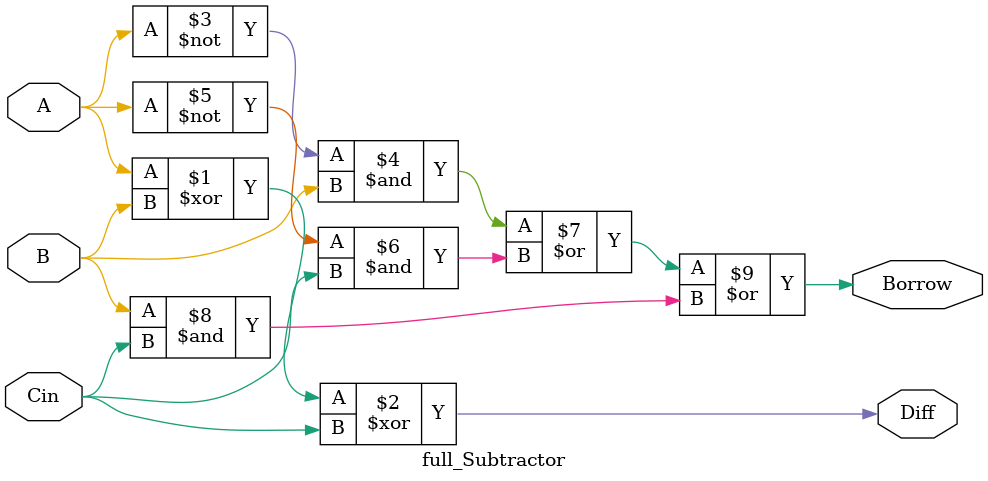
<source format=v>
module full_Subtractor(A, B, Cin, Diff, Borrow);
    input A, B, Cin;
    output Diff, Borrow;
    //Data Flow Modeling
    assign Diff = A ^ B ^ Cin;;
    assign Borrow = (~A & B) | (~A & Cin) | (B & Cin);

endmodule
</source>
